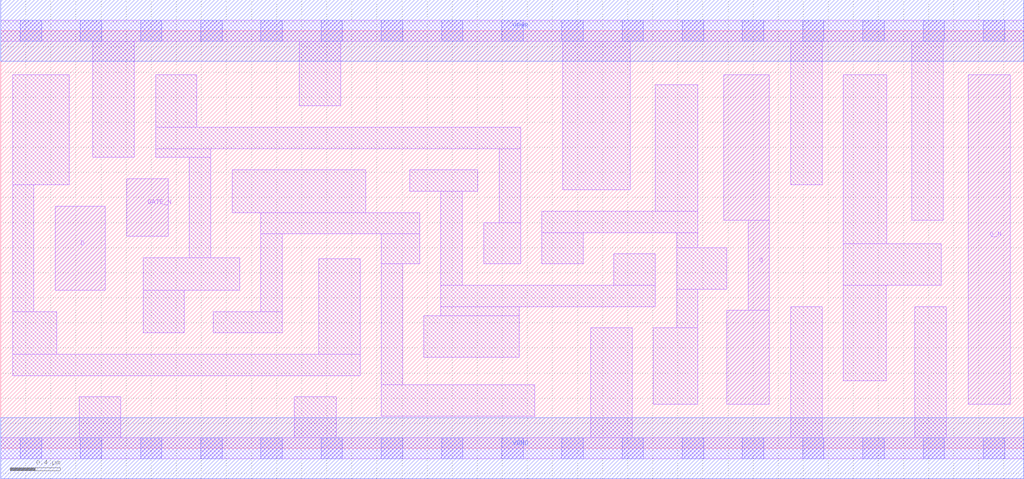
<source format=lef>
# Copyright 2020 The SkyWater PDK Authors
#
# Licensed under the Apache License, Version 2.0 (the "License");
# you may not use this file except in compliance with the License.
# You may obtain a copy of the License at
#
#     https://www.apache.org/licenses/LICENSE-2.0
#
# Unless required by applicable law or agreed to in writing, software
# distributed under the License is distributed on an "AS IS" BASIS,
# WITHOUT WARRANTIES OR CONDITIONS OF ANY KIND, either express or implied.
# See the License for the specific language governing permissions and
# limitations under the License.
#
# SPDX-License-Identifier: Apache-2.0

VERSION 5.7 ;
  NAMESCASESENSITIVE ON ;
  NOWIREEXTENSIONATPIN ON ;
  DIVIDERCHAR "/" ;
  BUSBITCHARS "[]" ;
UNITS
  DATABASE MICRONS 200 ;
END UNITS
MACRO sky130_fd_sc_ls__dlxbn_1
  CLASS CORE ;
  SOURCE USER ;
  FOREIGN sky130_fd_sc_ls__dlxbn_1 ;
  ORIGIN  0.000000  0.000000 ;
  SIZE  8.160000 BY  3.330000 ;
  SYMMETRY X Y ;
  SITE unit ;
  PIN D
    ANTENNAGATEAREA  0.208500 ;
    DIRECTION INPUT ;
    USE SIGNAL ;
    PORT
      LAYER li1 ;
        RECT 0.435000 1.260000 0.835000 1.930000 ;
    END
  END D
  PIN Q
    ANTENNADIFFAREA  0.524500 ;
    DIRECTION OUTPUT ;
    USE SIGNAL ;
    PORT
      LAYER li1 ;
        RECT 5.765000 1.820000 6.130000 2.980000 ;
        RECT 5.790000 0.350000 6.130000 1.100000 ;
        RECT 5.960000 1.100000 6.130000 1.820000 ;
    END
  END Q
  PIN Q_N
    ANTENNADIFFAREA  0.537600 ;
    DIRECTION OUTPUT ;
    USE SIGNAL ;
    PORT
      LAYER li1 ;
        RECT 7.715000 0.350000 8.050000 2.980000 ;
    END
  END Q_N
  PIN GATE_N
    ANTENNAGATEAREA  0.237000 ;
    DIRECTION INPUT ;
    USE CLOCK ;
    PORT
      LAYER li1 ;
        RECT 1.005000 1.690000 1.335000 2.150000 ;
    END
  END GATE_N
  PIN VGND
    DIRECTION INOUT ;
    SHAPE ABUTMENT ;
    USE GROUND ;
    PORT
      LAYER met1 ;
        RECT 0.000000 -0.245000 8.160000 0.245000 ;
    END
  END VGND
  PIN VPWR
    DIRECTION INOUT ;
    SHAPE ABUTMENT ;
    USE POWER ;
    PORT
      LAYER met1 ;
        RECT 0.000000 3.085000 8.160000 3.575000 ;
    END
  END VPWR
  OBS
    LAYER li1 ;
      RECT 0.000000 -0.085000 8.160000 0.085000 ;
      RECT 0.000000  3.245000 8.160000 3.415000 ;
      RECT 0.095000  0.580000 2.865000 0.750000 ;
      RECT 0.095000  0.750000 0.445000 1.090000 ;
      RECT 0.095000  1.090000 0.265000 2.100000 ;
      RECT 0.095000  2.100000 0.545000 2.980000 ;
      RECT 0.625000  0.085000 0.955000 0.410000 ;
      RECT 0.735000  2.320000 1.065000 3.245000 ;
      RECT 1.135000  0.920000 1.465000 1.260000 ;
      RECT 1.135000  1.260000 1.905000 1.520000 ;
      RECT 1.235000  2.320000 1.675000 2.390000 ;
      RECT 1.235000  2.390000 4.145000 2.560000 ;
      RECT 1.235000  2.560000 1.565000 2.980000 ;
      RECT 1.505000  1.520000 1.675000 2.320000 ;
      RECT 1.695000  0.920000 2.245000 1.090000 ;
      RECT 1.845000  1.880000 2.910000 2.220000 ;
      RECT 2.075000  1.090000 2.245000 1.710000 ;
      RECT 2.075000  1.710000 3.340000 1.880000 ;
      RECT 2.340000  0.085000 2.675000 0.410000 ;
      RECT 2.380000  2.730000 2.710000 3.245000 ;
      RECT 2.535000  0.750000 2.865000 1.510000 ;
      RECT 3.035000  0.255000 4.260000 0.505000 ;
      RECT 3.035000  0.505000 3.205000 1.470000 ;
      RECT 3.035000  1.470000 3.340000 1.710000 ;
      RECT 3.260000  2.050000 3.805000 2.220000 ;
      RECT 3.375000  0.725000 4.135000 1.055000 ;
      RECT 3.510000  1.055000 4.135000 1.130000 ;
      RECT 3.510000  1.130000 5.220000 1.300000 ;
      RECT 3.510000  1.300000 3.680000 2.050000 ;
      RECT 3.850000  1.470000 4.145000 1.800000 ;
      RECT 3.975000  1.800000 4.145000 2.390000 ;
      RECT 4.315000  1.470000 4.645000 1.720000 ;
      RECT 4.315000  1.720000 5.560000 1.890000 ;
      RECT 4.480000  2.060000 5.020000 3.245000 ;
      RECT 4.705000  0.085000 5.035000 0.960000 ;
      RECT 4.890000  1.300000 5.220000 1.550000 ;
      RECT 5.205000  0.350000 5.560000 0.960000 ;
      RECT 5.220000  1.890000 5.560000 2.900000 ;
      RECT 5.390000  0.960000 5.560000 1.270000 ;
      RECT 5.390000  1.270000 5.790000 1.600000 ;
      RECT 5.390000  1.600000 5.560000 1.720000 ;
      RECT 6.300000  0.085000 6.550000 1.130000 ;
      RECT 6.300000  2.100000 6.550000 3.245000 ;
      RECT 6.720000  0.540000 7.060000 1.300000 ;
      RECT 6.720000  1.300000 7.500000 1.630000 ;
      RECT 6.720000  1.630000 7.065000 2.980000 ;
      RECT 7.265000  1.820000 7.515000 3.245000 ;
      RECT 7.290000  0.085000 7.540000 1.130000 ;
    LAYER mcon ;
      RECT 0.155000 -0.085000 0.325000 0.085000 ;
      RECT 0.155000  3.245000 0.325000 3.415000 ;
      RECT 0.635000 -0.085000 0.805000 0.085000 ;
      RECT 0.635000  3.245000 0.805000 3.415000 ;
      RECT 1.115000 -0.085000 1.285000 0.085000 ;
      RECT 1.115000  3.245000 1.285000 3.415000 ;
      RECT 1.595000 -0.085000 1.765000 0.085000 ;
      RECT 1.595000  3.245000 1.765000 3.415000 ;
      RECT 2.075000 -0.085000 2.245000 0.085000 ;
      RECT 2.075000  3.245000 2.245000 3.415000 ;
      RECT 2.555000 -0.085000 2.725000 0.085000 ;
      RECT 2.555000  3.245000 2.725000 3.415000 ;
      RECT 3.035000 -0.085000 3.205000 0.085000 ;
      RECT 3.035000  3.245000 3.205000 3.415000 ;
      RECT 3.515000 -0.085000 3.685000 0.085000 ;
      RECT 3.515000  3.245000 3.685000 3.415000 ;
      RECT 3.995000 -0.085000 4.165000 0.085000 ;
      RECT 3.995000  3.245000 4.165000 3.415000 ;
      RECT 4.475000 -0.085000 4.645000 0.085000 ;
      RECT 4.475000  3.245000 4.645000 3.415000 ;
      RECT 4.955000 -0.085000 5.125000 0.085000 ;
      RECT 4.955000  3.245000 5.125000 3.415000 ;
      RECT 5.435000 -0.085000 5.605000 0.085000 ;
      RECT 5.435000  3.245000 5.605000 3.415000 ;
      RECT 5.915000 -0.085000 6.085000 0.085000 ;
      RECT 5.915000  3.245000 6.085000 3.415000 ;
      RECT 6.395000 -0.085000 6.565000 0.085000 ;
      RECT 6.395000  3.245000 6.565000 3.415000 ;
      RECT 6.875000 -0.085000 7.045000 0.085000 ;
      RECT 6.875000  3.245000 7.045000 3.415000 ;
      RECT 7.355000 -0.085000 7.525000 0.085000 ;
      RECT 7.355000  3.245000 7.525000 3.415000 ;
      RECT 7.835000 -0.085000 8.005000 0.085000 ;
      RECT 7.835000  3.245000 8.005000 3.415000 ;
  END
END sky130_fd_sc_ls__dlxbn_1
END LIBRARY

</source>
